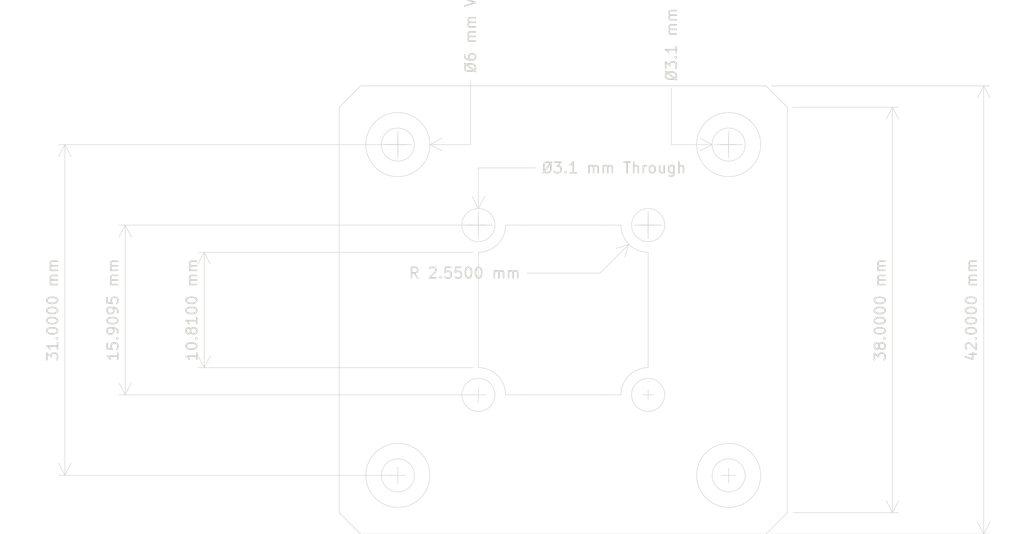
<source format=kicad_pcb>
(kicad_pcb
	(version 20240108)
	(generator "pcbnew")
	(generator_version "8.0")
	(general
		(thickness 1.6)
		(legacy_teardrops no)
	)
	(paper "A4")
	(layers
		(0 "F.Cu" signal)
		(31 "B.Cu" signal)
		(32 "B.Adhes" user "B.Adhesive")
		(33 "F.Adhes" user "F.Adhesive")
		(34 "B.Paste" user)
		(35 "F.Paste" user)
		(36 "B.SilkS" user "B.Silkscreen")
		(37 "F.SilkS" user "F.Silkscreen")
		(38 "B.Mask" user)
		(39 "F.Mask" user)
		(40 "Dwgs.User" user "User.Drawings")
		(41 "Cmts.User" user "User.Comments")
		(42 "Eco1.User" user "User.Eco1")
		(43 "Eco2.User" user "User.Eco2")
		(44 "Edge.Cuts" user)
		(45 "Margin" user)
		(46 "B.CrtYd" user "B.Courtyard")
		(47 "F.CrtYd" user "F.Courtyard")
		(48 "B.Fab" user)
		(49 "F.Fab" user)
		(50 "User.1" user)
		(51 "User.2" user)
		(52 "User.3" user)
		(53 "User.4" user)
		(54 "User.5" user)
		(55 "User.6" user)
		(56 "User.7" user)
		(57 "User.8" user)
		(58 "User.9" user)
	)
	(setup
		(pad_to_mask_clearance 0)
		(allow_soldermask_bridges_in_footprints no)
		(pcbplotparams
			(layerselection 0x00010fc_ffffffff)
			(plot_on_all_layers_selection 0x0000000_00000000)
			(disableapertmacros no)
			(usegerberextensions no)
			(usegerberattributes yes)
			(usegerberadvancedattributes yes)
			(creategerberjobfile yes)
			(dashed_line_dash_ratio 12.000000)
			(dashed_line_gap_ratio 3.000000)
			(svgprecision 4)
			(plotframeref no)
			(viasonmask no)
			(mode 1)
			(useauxorigin no)
			(hpglpennumber 1)
			(hpglpenspeed 20)
			(hpglpendiameter 15.000000)
			(pdf_front_fp_property_popups yes)
			(pdf_back_fp_property_popups yes)
			(dxfpolygonmode yes)
			(dxfimperialunits yes)
			(dxfusepcbnewfont yes)
			(psnegative no)
			(psa4output no)
			(plotreference yes)
			(plotvalue yes)
			(plotfptext yes)
			(plotinvisibletext no)
			(sketchpadsonfab no)
			(subtractmaskfromsilk no)
			(outputformat 1)
			(mirror no)
			(drillshape 1)
			(scaleselection 1)
			(outputdirectory "")
		)
	)
	(net 0 "")
	(gr_line
		(start 175.55 118.85)
		(end 175.55 80.85)
		(stroke
			(width 0.05)
			(type default)
		)
		(layer "Edge.Cuts")
		(uuid "0ac32fd4-765a-47a0-bb60-edc317c14a09")
	)
	(gr_line
		(start 150.5725 107.805)
		(end 150.5725 107.8045)
		(stroke
			(width 0.05)
			(type default)
		)
		(layer "Edge.Cuts")
		(uuid "0f4f15ff-d5b2-4544-8514-2d3cf66a53c5")
	)
	(gr_line
		(start 150.5725 91.895)
		(end 150.5725 91.8955)
		(stroke
			(width 0.05)
			(type default)
		)
		(layer "Edge.Cuts")
		(uuid "11819694-03df-427a-917c-ff2035ac1c38")
	)
	(gr_line
		(start 158.5275 107.805)
		(end 158.5275 107.8045)
		(stroke
			(width 0.05)
			(type default)
		)
		(layer "Edge.Cuts")
		(uuid "14cb5ae5-955c-4b4b-a136-254198755211")
	)
	(gr_circle
		(center 146.595 91.895)
		(end 148.145 91.895)
		(stroke
			(width 0.05)
			(type default)
		)
		(fill none)
		(layer "Edge.Cuts")
		(uuid "20b915a1-e772-4a6d-a3da-acfd03ba62e2")
	)
	(gr_line
		(start 135.55 78.85)
		(end 133.55 80.85)
		(stroke
			(width 0.05)
			(type default)
		)
		(layer "Edge.Cuts")
		(uuid "22dafa3b-fd2b-4581-a27e-5003891a3fd1")
	)
	(gr_line
		(start 133.55 118.85)
		(end 133.55 80.85)
		(stroke
			(width 0.05)
			(type default)
		)
		(layer "Edge.Cuts")
		(uuid "36f3f8b4-e736-48a9-b2d3-57ceaf0ea839")
	)
	(gr_line
		(start 149.145 107.805)
		(end 159.955 107.805)
		(stroke
			(width 0.05)
			(type default)
		)
		(layer "Edge.Cuts")
		(uuid "407fa52e-0d78-490e-9f31-0e3ddcaa856c")
	)
	(gr_circle
		(center 170.05 84.35)
		(end 171.6 84.35)
		(stroke
			(width 0.05)
			(type default)
		)
		(fill none)
		(layer "Edge.Cuts")
		(uuid "535fb141-c872-4ac9-bd31-1c86979967b5")
	)
	(gr_line
		(start 173.55 120.85)
		(end 175.55 118.85)
		(stroke
			(width 0.05)
			(type default)
		)
		(layer "Edge.Cuts")
		(uuid "550497da-5990-48e3-939e-a1a2a6f1c31a")
	)
	(gr_circle
		(center 170.05 84.35)
		(end 173.05 84.35)
		(stroke
			(width 0.05)
			(type default)
		)
		(fill none)
		(layer "Edge.Cuts")
		(uuid "625f0444-31a2-4678-84e1-02d3bbb10285")
	)
	(gr_circle
		(center 162.505 107.805)
		(end 164.055 107.805)
		(stroke
			(width 0.05)
			(type default)
		)
		(fill none)
		(layer "Edge.Cuts")
		(uuid "65cead43-87b5-423d-b687-fbcd9a69c266")
	)
	(gr_arc
		(start 149.145 91.895)
		(mid 148.398122 93.698122)
		(end 146.595 94.445)
		(stroke
			(width 0.05)
			(type default)
		)
		(layer "Edge.Cuts")
		(uuid "68838277-fea5-44bf-b81b-8463952da39d")
	)
	(gr_circle
		(center 170.05 115.35)
		(end 171.6 115.35)
		(stroke
			(width 0.05)
			(type default)
		)
		(fill none)
		(layer "Edge.Cuts")
		(uuid "6e3b6a4c-d29d-4035-9dd0-0521a44e7391")
	)
	(gr_line
		(start 146.595 94.445)
		(end 146.595 105.255)
		(stroke
			(width 0.05)
			(type default)
		)
		(layer "Edge.Cuts")
		(uuid "7963f8dd-d195-4732-8e93-6c778f932ec6")
	)
	(gr_line
		(start 173.55 78.85)
		(end 175.55 80.85)
		(stroke
			(width 0.05)
			(type default)
		)
		(layer "Edge.Cuts")
		(uuid "7e9061fc-7ed1-41ec-9720-f69cb34f77e5")
	)
	(gr_arc
		(start 162.505 94.445)
		(mid 160.701878 93.698122)
		(end 159.955 91.895)
		(stroke
			(width 0.05)
			(type default)
		)
		(layer "Edge.Cuts")
		(uuid "7f76a919-d392-40d0-a594-ac4b8f52550e")
	)
	(gr_circle
		(center 162.505 91.895)
		(end 164.055 91.895)
		(stroke
			(width 0.05)
			(type default)
		)
		(fill none)
		(layer "Edge.Cuts")
		(uuid "80fc89b5-be9b-4b89-840a-fb79a47bcca8")
	)
	(gr_circle
		(center 139.05 115.35)
		(end 140.6 115.35)
		(stroke
			(width 0.05)
			(type default)
		)
		(fill none)
		(layer "Edge.Cuts")
		(uuid "82c1df56-d126-489a-aecb-4e0d0c30753a")
	)
	(gr_line
		(start 159.955 91.895)
		(end 149.145 91.895)
		(stroke
			(width 0.05)
			(type default)
		)
		(layer "Edge.Cuts")
		(uuid "9d3dee66-4fa1-437c-9685-4579a01e6742")
	)
	(gr_circle
		(center 170.05 115.35)
		(end 173.05 115.35)
		(stroke
			(width 0.05)
			(type default)
		)
		(fill none)
		(layer "Edge.Cuts")
		(uuid "a14eb690-a4ee-428f-86e2-911fba1ffa34")
	)
	(gr_line
		(start 162.5045 95.8725)
		(end 162.505 95.8725)
		(stroke
			(width 0.05)
			(type default)
		)
		(layer "Edge.Cuts")
		(uuid "a5eed458-99b3-470e-9170-42eca75a36bd")
	)
	(gr_line
		(start 173.55 78.85)
		(end 135.55 78.85)
		(stroke
			(width 0.05)
			(type default)
		)
		(layer "Edge.Cuts")
		(uuid "a8d705f8-442f-475b-870e-edcd68db278d")
	)
	(gr_line
		(start 173.55 120.85)
		(end 135.55 120.85)
		(stroke
			(width 0.05)
			(type default)
		)
		(layer "Edge.Cuts")
		(uuid "b05f402c-9ed3-44e8-a3a2-b19bdc8bbb27")
	)
	(gr_arc
		(start 146.595 105.255)
		(mid 148.398122 106.001878)
		(end 149.145 107.805)
		(stroke
			(width 0.05)
			(type default)
		)
		(layer "Edge.Cuts")
		(uuid "b6e29b10-9553-438f-bb9f-bb144c31cc59")
	)
	(gr_line
		(start 158.5275 91.895)
		(end 158.5275 91.8955)
		(stroke
			(width 0.05)
			(type default)
		)
		(layer "Edge.Cuts")
		(uuid "bb53c07b-e462-444d-a323-0976864a8f98")
	)
	(gr_line
		(start 135.55 120.85)
		(end 133.55 118.85)
		(stroke
			(width 0.05)
			(type default)
		)
		(layer "Edge.Cuts")
		(uuid "c7ee3f8e-c04a-4b2a-8ccb-a7e6677c3aa1")
	)
	(gr_circle
		(center 146.595 107.805)
		(end 148.145 107.805)
		(stroke
			(width 0.05)
			(type default)
		)
		(fill none)
		(layer "Edge.Cuts")
		(uuid "cf408698-03e7-42eb-bdc5-51822e1d3695")
	)
	(gr_line
		(start 162.5045 103.8275)
		(end 162.505 103.8275)
		(stroke
			(width 0.05)
			(type default)
		)
		(layer "Edge.Cuts")
		(uuid "d3728525-5e04-41f4-a32a-4e9bee20afe2")
	)
	(gr_circle
		(center 139.05 84.35)
		(end 142.05 84.35)
		(stroke
			(width 0.05)
			(type default)
		)
		(fill none)
		(layer "Edge.Cuts")
		(uuid "d4b9dd34-fe35-474b-b935-b54fb5b3e2e2")
	)
	(gr_circle
		(center 139.05 115.35)
		(end 142.05 115.35)
		(stroke
			(width 0.05)
			(type default)
		)
		(fill none)
		(layer "Edge.Cuts")
		(uuid "d6e43ad3-0d84-4de7-be2b-8eb5c822be79")
	)
	(gr_line
		(start 146.595 95.8725)
		(end 146.5955 95.8725)
		(stroke
			(width 0.05)
			(type default)
		)
		(layer "Edge.Cuts")
		(uuid "dd89356a-1deb-41a4-978a-55d4e8b9f5b0")
	)
	(gr_line
		(start 146.595 103.8275)
		(end 146.5955 103.8275)
		(stroke
			(width 0.05)
			(type default)
		)
		(layer "Edge.Cuts")
		(uuid "e70df389-bc14-415d-a318-c44cfa31ebbe")
	)
	(gr_circle
		(center 139.05 84.35)
		(end 140.6 84.35)
		(stroke
			(width 0.05)
			(type default)
		)
		(fill none)
		(layer "Edge.Cuts")
		(uuid "eb9b9fea-ba95-4d84-ac9c-62a5dae56b99")
	)
	(gr_line
		(start 162.505 105.255)
		(end 162.505 94.445)
		(stroke
			(width 0.05)
			(type default)
		)
		(layer "Edge.Cuts")
		(uuid "f62e6e21-718e-42f7-a08a-281ffad19ad7")
	)
	(gr_arc
		(start 159.955 107.805)
		(mid 160.701878 106.001878)
		(end 162.505 105.255)
		(stroke
			(width 0.05)
			(type default)
		)
		(layer "Edge.Cuts")
		(uuid "fc980b3d-fd39-435c-abc2-39e070b3b0ac")
	)
	(dimension
		(type center)
		(layer "Edge.Cuts")
		(uuid "32409390-78c9-4b3b-9973-d47a017df821")
		(pts
			(xy 146.595 107.805) (xy 147.3 107.805)
		)
		(style
			(thickness 0.05)
			(arrow_length 1.27)
			(text_position_mode 0)
			(extension_offset 0.5) keep_text_aligned)
	)
	(dimension
		(type center)
		(layer "Edge.Cuts")
		(uuid "65426baa-ab1a-4c0f-98ab-bba9b6f79e55")
		(pts
			(xy 162.505 107.805) (xy 163 107.805)
		)
		(style
			(thickness 0.05)
			(arrow_length 1.27)
			(text_position_mode 0)
			(extension_offset 0.5) keep_text_aligned)
	)
	(dimension
		(type center)
		(layer "Edge.Cuts")
		(uuid "65bc9f84-6373-4dd3-9f37-26aec0ecfbc4")
		(pts
			(xy 170.05 115.35) (xy 170.75 115.35)
		)
		(style
			(thickness 0.05)
			(arrow_length 1.27)
			(text_position_mode 0)
			(extension_offset 0.5) keep_text_aligned)
	)
	(dimension
		(type center)
		(layer "Edge.Cuts")
		(uuid "674d57d0-8386-4b57-a332-bd20b1146bcf")
		(pts
			(xy 170.05 84.35) (xy 170.8 84.35)
		)
		(style
			(thickness 0.05)
			(arrow_length 1.27)
			(text_position_mode 0)
			(extension_offset 0.5) keep_text_aligned)
	)
	(dimension
		(type center)
		(layer "Edge.Cuts")
		(uuid "a8faff8f-d9d6-495a-9bdc-a59d9fe7ecee")
		(pts
			(xy 162.505 91.895) (xy 163.3 91.895)
		)
		(style
			(thickness 0.05)
			(arrow_length 1.27)
			(text_position_mode 0)
			(extension_offset 0.5) keep_text_aligned)
	)
	(dimension
		(type center)
		(layer "Edge.Cuts")
		(uuid "b645b9fa-c5d8-44ca-a77c-d6f051162b79")
		(pts
			(xy 139.05 84.35) (xy 139.85 84.35)
		)
		(style
			(thickness 0.05)
			(arrow_length 1.27)
			(text_position_mode 0)
			(extension_offset 0.5) keep_text_aligned)
	)
	(dimension
		(type center)
		(layer "Edge.Cuts")
		(uuid "d9eaeaf1-120c-4402-a0aa-3c9467504167")
		(pts
			(xy 139.05 115.35) (xy 139.8 115.35)
		)
		(style
			(thickness 0.05)
			(arrow_length 1.27)
			(text_position_mode 0)
			(extension_offset 0.5) keep_text_aligned)
	)
	(dimension
		(type center)
		(layer "Edge.Cuts")
		(uuid "fc904f56-d6b2-4874-9e39-005ded4fb5f6")
		(pts
			(xy 146.595 91.895) (xy 147.35 91.895)
		)
		(style
			(thickness 0.05)
			(arrow_length 1.27)
			(text_position_mode 0)
			(extension_offset 0.5) keep_text_aligned)
	)
	(dimension
		(type radial)
		(layer "Edge.Cuts")
		(uuid "08eb4cf1-64ee-430c-84f3-baea7e533a84")
		(pts
			(xy 170.05 84.35) (xy 168.5 84.35)
		)
		(leader_length 3.81)
		(gr_text "Ø3.1 mm Through"
			(at 164.69 71.65 90)
			(layer "Edge.Cuts")
			(uuid "08eb4cf1-64ee-430c-84f3-baea7e533a84")
			(effects
				(font
					(size 1 1)
					(thickness 0.15)
				)
			)
		)
		(format
			(prefix "Ø")
			(suffix " Through")
			(units 3)
			(units_format 1)
			(precision 4)
			(override_value "3.1")
		)
		(style
			(thickness 0.05)
			(arrow_length 1.27)
			(text_position_mode 0)
			(extension_offset 0.5) keep_text_aligned)
	)
	(dimension
		(type radial)
		(layer "Edge.Cuts")
		(uuid "60430977-0a4a-4ee8-ba9e-6222740475ea")
		(pts
			(xy 139.05 84.35) (xy 142.05 84.35)
		)
		(leader_length 3.81)
		(gr_text "Ø6 mm Verseng"
			(at 145.86 71.65 90)
			(layer "Edge.Cuts")
			(uuid "60430977-0a4a-4ee8-ba9e-6222740475ea")
			(effects
				(font
					(size 1 1)
					(thickness 0.15)
				)
			)
		)
		(format
			(prefix "Ø")
			(suffix " Verseng")
			(units 3)
			(units_format 1)
			(precision 4)
			(override_value "6")
		)
		(style
			(thickness 0.05)
			(arrow_length 1.27)
			(text_position_mode 0)
			(extension_offset 0.5) keep_text_aligned)
	)
	(dimension
		(type radial)
		(layer "Edge.Cuts")
		(uuid "7f063753-f82b-4443-b8f1-f4dd5ed2b267")
		(pts
			(xy 146.595 91.895) (xy 146.595 90.345)
		)
		(leader_length 3.81)
		(gr_text "Ø3.1 mm Through"
			(at 159.295 86.535 0)
			(layer "Edge.Cuts")
			(uuid "7f063753-f82b-4443-b8f1-f4dd5ed2b267")
			(effects
				(font
					(size 1 1)
					(thickness 0.15)
				)
			)
		)
		(format
			(prefix "Ø")
			(suffix " Through")
			(units 3)
			(units_format 1)
			(precision 4)
			(override_value "3.1")
		)
		(style
			(thickness 0.05)
			(arrow_length 1.27)
			(text_position_mode 0)
			(extension_offset 0.5) keep_text_aligned)
	)
	(dimension
		(type radial)
		(layer "Edge.Cuts")
		(uuid "90a669a6-47fd-4583-8168-9b7765f6f0f8")
		(pts
			(xy 162.505 91.895) (xy 160.701878 93.698122)
		)
		(leader_length 3.81)
		(gr_text "R 2,5500 mm"
			(at 145.307801 96.392199 0)
			(layer "Edge.Cuts")
			(uuid "90a669a6-47fd-4583-8168-9b7765f6f0f8")
			(effects
				(font
					(size 1 1)
					(thickness 0.15)
				)
			)
		)
		(format
			(prefix "R ")
			(suffix "")
			(units 3)
			(units_format 1)
			(precision 4)
		)
		(style
			(thickness 0.05)
			(arrow_length 1.27)
			(text_position_mode 0)
			(extension_offset 0.5) keep_text_aligned)
	)
	(dimension
		(type orthogonal)
		(layer "Edge.Cuts")
		(uuid "04ba3453-7f26-4025-90dd-7363a53e0c8c")
		(pts
			(xy 175.55 80.85) (xy 175.55 118.85)
		)
		(height 9.85)
		(orientation 1)
		(gr_text "38,0000 mm"
			(at 184.25 99.85 90)
			(layer "Edge.Cuts")
			(uuid "04ba3453-7f26-4025-90dd-7363a53e0c8c")
			(effects
				(font
					(size 1 1)
					(thickness 0.15)
				)
			)
		)
		(format
			(prefix "")
			(suffix "")
			(units 3)
			(units_format 1)
			(precision 4)
		)
		(style
			(thickness 0.05)
			(arrow_length 1.27)
			(text_position_mode 0)
			(extension_height 0.58642)
			(extension_offset 0.5) keep_text_aligned)
	)
	(dimension
		(type orthogonal)
		(layer "Edge.Cuts")
		(uuid "4d8a13b9-f6ab-4da6-97fc-7866c60f553f")
		(pts
			(xy 139.05 84.35) (xy 139.05 115.35)
		)
		(height -31.2)
		(orientation 1)
		(gr_text "31,0000 mm"
			(at 106.7 99.85 90)
			(layer "Edge.Cuts")
			(uuid "4d8a13b9-f6ab-4da6-97fc-7866c60f553f")
			(effects
				(font
					(size 1 1)
					(thickness 0.15)
				)
			)
		)
		(format
			(prefix "")
			(suffix "")
			(units 3)
			(units_format 1)
			(precision 4)
		)
		(style
			(thickness 0.05)
			(arrow_length 1.27)
			(text_position_mode 0)
			(extension_height 0.58642)
			(extension_offset 0.5) keep_text_aligned)
	)
	(dimension
		(type orthogonal)
		(layer "Edge.Cuts")
		(uuid "55b84880-c69c-48fc-bf50-50ca0d263801")
		(pts
			(xy 173.55 78.85) (xy 173.55 120.85)
		)
		(height 20.4)
		(orientation 1)
		(gr_text "42,0000 mm"
			(at 192.8 99.85 90)
			(layer "Edge.Cuts")
			(uuid "55b84880-c69c-48fc-bf50-50ca0d263801")
			(effects
				(font
					(size 1 1)
					(thickness 0.15)
				)
			)
		)
		(format
			(prefix "")
			(suffix "")
			(units 3)
			(units_format 1)
			(precision 4)
		)
		(style
			(thickness 0.05)
			(arrow_length 1.27)
			(text_position_mode 0)
			(extension_height 0.58642)
			(extension_offset 0.5) keep_text_aligned)
	)
	(dimension
		(type orthogonal)
		(layer "Edge.Cuts")
		(uuid "5f37f642-e869-40f2-b3e5-f095055f9b8c")
		(pts
			(xy 146.595 94.445) (xy 146.595 105.255)
		)
		(height -25.695)
		(orientation 1)
		(gr_text "10,8100 mm"
			(at 119.75 99.85 90)
			(layer "Edge.Cuts")
			(uuid "5f37f642-e869-40f2-b3e5-f095055f9b8c")
			(effects
				(font
					(size 1 1)
					(thickness 0.15)
				)
			)
		)
		(format
			(prefix "")
			(suffix "")
			(units 3)
			(units_format 1)
			(precision 4)
		)
		(style
			(thickness 0.05)
			(arrow_length 1.27)
			(text_position_mode 0)
			(extension_height 0.58642)
			(extension_offset 0.5) keep_text_aligned)
	)
	(dimension
		(type orthogonal)
		(layer "Edge.Cuts")
		(uuid "e845d696-1e7d-4852-8f33-d578870db46e")
		(pts
			(xy 146.595 91.895) (xy 146.5955 107.8045)
		)
		(height -33.095)
		(orientation 1)
		(gr_text "15,9095 mm"
			(at 112.35 99.84975 90)
			(layer "Edge.Cuts")
			(uuid "e845d696-1e7d-4852-8f33-d578870db46e")
			(effects
				(font
					(size 1 1)
					(thickness 0.15)
				)
			)
		)
		(format
			(prefix "")
			(suffix "")
			(units 3)
			(units_format 1)
			(precision 4)
		)
		(style
			(thickness 0.05)
			(arrow_length 1.27)
			(text_position_mode 0)
			(extension_height 0.58642)
			(extension_offset 0.5) keep_text_aligned)
	)
)

</source>
